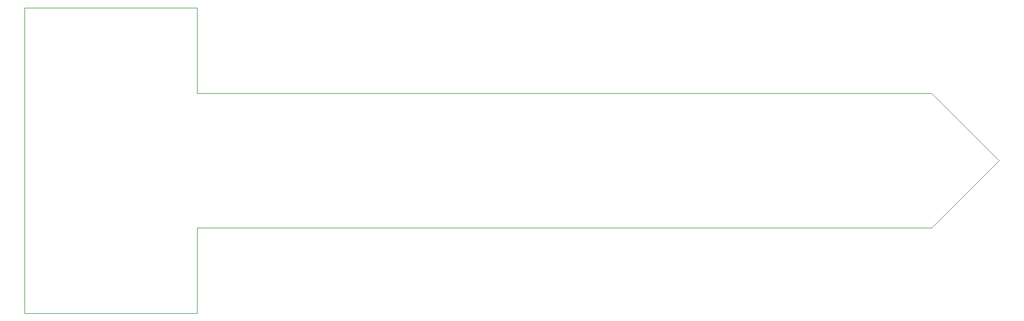
<source format=gbr>
G04 (created by PCBNEW (22-Jun-2014 BZR 4027)-stable) date Thu 31 Jul 2014 05:41:25 PM UTC*
%MOIN*%
G04 Gerber Fmt 3.4, Leading zero omitted, Abs format*
%FSLAX34Y34*%
G01*
G70*
G90*
G04 APERTURE LIST*
%ADD10C,0.00590551*%
%ADD11C,0.00393701*%
G04 APERTURE END LIST*
G54D10*
G54D11*
X78690Y-36466D02*
X76722Y-36466D01*
X82726Y-32431D02*
X78690Y-36466D01*
X78690Y-28395D02*
X76722Y-28395D01*
X82726Y-32431D02*
X78690Y-28395D01*
X76722Y-36466D02*
X34694Y-36466D01*
X34694Y-28395D02*
X76722Y-28395D01*
X34694Y-41584D02*
X24360Y-41584D01*
X34694Y-36466D02*
X34694Y-41584D01*
X34694Y-23277D02*
X34694Y-28395D01*
X24360Y-23277D02*
X34694Y-23277D01*
X24360Y-41584D02*
X24360Y-23277D01*
M02*

</source>
